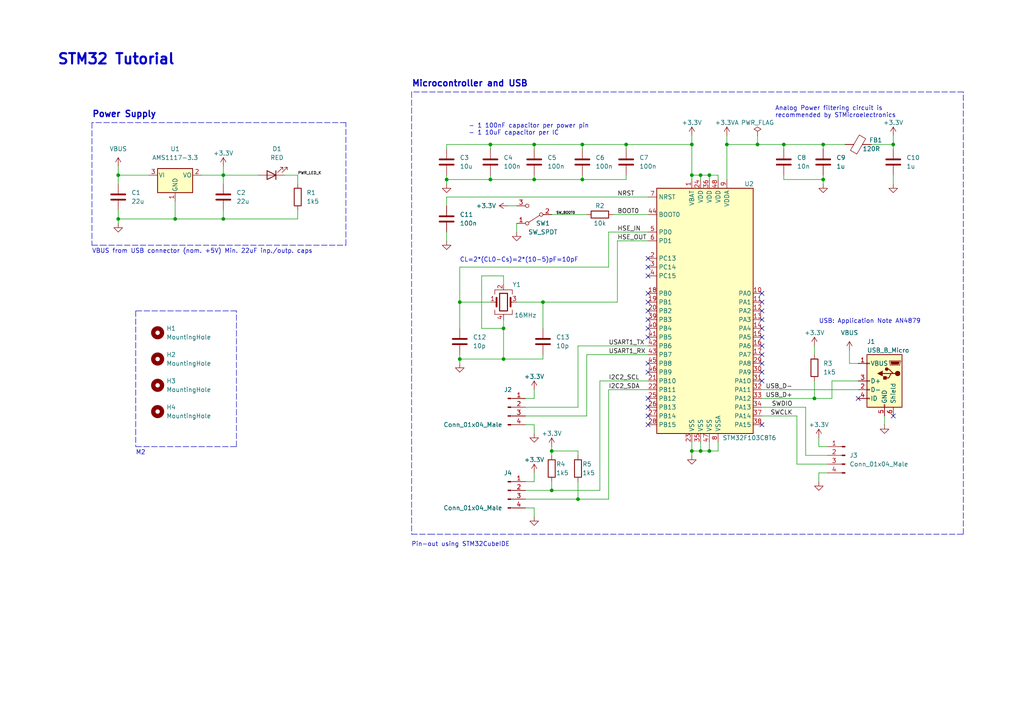
<source format=kicad_sch>
(kicad_sch (version 20211123) (generator eeschema)
  (paper "A4")
  (title_block (title "STM32 Tutorial") (date "2022-07-16") (rev "0.1") (company "VSVA"))
  (lib_symbols
    (symbol "Connector:Conn_01x04_Male" (pin_names (offset 1.016) hide)
      (property "Reference" "J" (at 0 5.08 0))
      (property "Value" "Conn_01x04_Male" (at 0 -7.62 0))
      (symbol "Conn_01x04_Male_1_1"
        (polyline (pts (xy 1.27 -5.08) (xy 0.8636 -5.08)) (stroke (width 0.1524)))
        (polyline (pts (xy 1.27 -2.54) (xy 0.8636 -2.54)) (stroke (width 0.1524)))
        (polyline (pts (xy 1.27 0) (xy 0.8636 0)) (stroke (width 0.1524)))
        (polyline (pts (xy 1.27 2.54) (xy 0.8636 2.54)) (stroke (width 0.1524)))
        (rectangle (start 0.8636 -4.953) (end 0 -5.207) (stroke (width 0.1524)) (fill (type outline)))
        (rectangle (start 0.8636 -2.413) (end 0 -2.667) (stroke (width 0.1524)) (fill (type outline)))
        (rectangle (start 0.8636 0.127) (end 0 -0.127) (stroke (width 0.1524)) (fill (type outline)))
        (rectangle (start 0.8636 2.667) (end 0 2.413) (stroke (width 0.1524)) (fill (type outline)))
        (pin passive line (at 5.08 2.54 180) (length 3.81) (name "Pin_1") (number "1"))
        (pin passive line (at 5.08 0 180) (length 3.81) (name "Pin_2") (number "2"))
        (pin passive line (at 5.08 -2.54 180) (length 3.81) (name "Pin_3") (number "3"))
        (pin passive line (at 5.08 -5.08 180) (length 3.81) (name "Pin_4") (number "4"))
      )
    )
    (symbol "Connector:USB_B_Micro" (pin_names (offset 1.016))
      (property "Reference" "J" (at -5.08 11.43 0))
      (property "Value" "USB_B_Micro" (at -5.08 8.89 0))
      (symbol "USB_B_Micro_0_1"
        (rectangle (start -5.08 -7.62) (end 5.08 7.62) (stroke (width 0.254)) (fill (type background)))
        (circle (center -3.81 2.159) (radius 0.635) (stroke (width 0.254)) (fill (type outline)))
        (circle (center -0.635 3.429) (radius 0.381) (stroke (width 0.254)) (fill (type outline)))
        (rectangle (start -0.127 -7.62) (end 0.127 -6.858))
        (polyline (pts (xy -1.905 2.159) (xy 0.635 2.159)) (stroke (width 0.254)))
        (polyline (pts (xy -3.175 2.159) (xy -2.54 2.159) (xy -1.27 3.429) (xy -0.635 3.429)) (stroke (width 0.254)))
        (polyline (pts (xy -2.54 2.159) (xy -1.905 2.159) (xy -1.27 0.889) (xy 0 0.889)) (stroke (width 0.254)))
        (polyline (pts (xy 0.635 2.794) (xy 0.635 1.524) (xy 1.905 2.159) (xy 0.635 2.794)) (stroke (width 0.254)) (fill (type outline)))
        (polyline (pts (xy -4.318 5.588) (xy -1.778 5.588) (xy -2.032 4.826) (xy -4.064 4.826) (xy -4.318 5.588)) (fill (type outline)))
        (polyline (pts (xy -4.699 5.842) (xy -4.699 5.588) (xy -4.445 4.826) (xy -4.445 4.572) (xy -1.651 4.572) (xy -1.651 4.826) (xy -1.397 5.588) (xy -1.397 5.842) (xy -4.699 5.842)))
        (rectangle (start 0.254 1.27) (end -0.508 0.508) (stroke (width 0.254)) (fill (type outline)))
        (rectangle (start 5.08 -5.207) (end 4.318 -4.953))
        (rectangle (start 5.08 -2.667) (end 4.318 -2.413))
        (rectangle (start 5.08 -0.127) (end 4.318 0.127))
        (rectangle (start 5.08 4.953) (end 4.318 5.207))
      )
      (symbol "USB_B_Micro_1_1"
        (pin power_out line (at 7.62 5.08 180) (length 2.54) (name "VBUS") (number "1"))
        (pin bidirectional line (at 7.62 -2.54 180) (length 2.54) (name "D-") (number "2"))
        (pin bidirectional line (at 7.62 0 180) (length 2.54) (name "D+") (number "3"))
        (pin passive line (at 7.62 -5.08 180) (length 2.54) (name "ID") (number "4"))
        (pin power_out line (at 0 -10.16 90) (length 2.54) (name "GND") (number "5"))
        (pin passive line (at -2.54 -10.16 90) (length 2.54) (name "Shield") (number "6"))
      )
    )
    (symbol "Device:C" (pin_numbers hide) (pin_names (offset 0.254))
      (property "Reference" "C" (at 0.635 2.54 0))
      (property "Value" "C" (at 0.635 -2.54 0))
      (symbol "C_0_1"
        (polyline (pts (xy -2.032 -0.762) (xy 2.032 -0.762)) (stroke (width 0.508)))
        (polyline (pts (xy -2.032 0.762) (xy 2.032 0.762)) (stroke (width 0.508)))
      )
      (symbol "C_1_1"
        (pin passive line (at 0 3.81 270) (length 2.794) (name "~") (number "1"))
        (pin passive line (at 0 -3.81 90) (length 2.794) (name "~") (number "2"))
      )
    )
    (symbol "Device:Crystal_GND24" (pin_names (offset 1.016) hide)
      (property "Reference" "Y" (at 3.175 5.08 0))
      (property "Value" "Crystal_GND24" (at 3.175 3.175 0))
      (symbol "Crystal_GND24_0_1"
        (rectangle (start -1.143 2.54) (end 1.143 -2.54) (stroke (width 0.3048)))
        (polyline (pts (xy -2.54 0) (xy -2.032 0)))
        (polyline (pts (xy -2.032 -1.27) (xy -2.032 1.27)) (stroke (width 0.508)))
        (polyline (pts (xy 0 -3.81) (xy 0 -3.556)))
        (polyline (pts (xy 0 3.556) (xy 0 3.81)))
        (polyline (pts (xy 2.032 -1.27) (xy 2.032 1.27)) (stroke (width 0.508)))
        (polyline (pts (xy 2.032 0) (xy 2.54 0)))
        (polyline (pts (xy -2.54 -2.286) (xy -2.54 -3.556) (xy 2.54 -3.556) (xy 2.54 -2.286)))
        (polyline (pts (xy -2.54 2.286) (xy -2.54 3.556) (xy 2.54 3.556) (xy 2.54 2.286)))
      )
      (symbol "Crystal_GND24_1_1"
        (pin passive line (at -3.81 0 0) (length 1.27) (name "1") (number "1"))
        (pin passive line (at 0 5.08 270) (length 1.27) (name "2") (number "2"))
        (pin passive line (at 3.81 0 180) (length 1.27) (name "3") (number "3"))
        (pin passive line (at 0 -5.08 90) (length 1.27) (name "4") (number "4"))
      )
    )
    (symbol "Device:FerriteBead" (pin_numbers hide) (pin_names (offset 0))
      (property "Reference" "FB" (at -3.81 0.635 90))
      (property "Value" "FerriteBead" (at 3.81 0 90))
      (symbol "FerriteBead_0_1"
        (polyline (pts (xy 0 -1.27) (xy 0 -1.2192)))
        (polyline (pts (xy 0 1.27) (xy 0 1.2954)))
        (polyline (pts (xy -2.7686 0.4064) (xy -1.7018 2.2606) (xy 2.7686 -0.3048) (xy 1.6764 -2.159) (xy -2.7686 0.4064)))
      )
      (symbol "FerriteBead_1_1"
        (pin passive line (at 0 3.81 270) (length 2.54) (name "~") (number "1"))
        (pin passive line (at 0 -3.81 90) (length 2.54) (name "~") (number "2"))
      )
    )
    (symbol "Device:LED" (pin_numbers hide) (pin_names (offset 1.016) hide)
      (property "Reference" "D" (at 0 2.54 0))
      (property "Value" "LED" (at 0 -2.54 0))
      (symbol "LED_0_1"
        (polyline (pts (xy -1.27 -1.27) (xy -1.27 1.27)) (stroke (width 0.254)))
        (polyline (pts (xy -1.27 0) (xy 1.27 0)))
        (polyline (pts (xy 1.27 -1.27) (xy 1.27 1.27) (xy -1.27 0) (xy 1.27 -1.27)) (stroke (width 0.254)))
        (polyline (pts (xy -3.048 -0.762) (xy -4.572 -2.286) (xy -3.81 -2.286) (xy -4.572 -2.286) (xy -4.572 -1.524)))
        (polyline (pts (xy -1.778 -0.762) (xy -3.302 -2.286) (xy -2.54 -2.286) (xy -3.302 -2.286) (xy -3.302 -1.524)))
      )
      (symbol "LED_1_1"
        (pin passive line (at -3.81 0 0) (length 2.54) (name "K") (number "1"))
        (pin passive line (at 3.81 0 180) (length 2.54) (name "A") (number "2"))
      )
    )
    (symbol "Device:R" (pin_numbers hide) (pin_names (offset 0))
      (property "Reference" "R" (at 2.032 0 90))
      (property "Value" "R" (at 0 0 90))
      (symbol "R_0_1"
        (rectangle (start -1.016 -2.54) (end 1.016 2.54) (stroke (width 0.254)))
      )
      (symbol "R_1_1"
        (pin passive line (at 0 3.81 270) (length 1.27) (name "~") (number "1"))
        (pin passive line (at 0 -3.81 90) (length 1.27) (name "~") (number "2"))
      )
    )
    (symbol "MCU_ST_STM32F1:STM32F103C8Tx"
      (property "Reference" "U" (at -15.24 36.83 0))
      (property "Value" "STM32F103C8Tx" (at 7.62 36.83 0))
      (symbol "STM32F103C8Tx_0_1"
        (rectangle (start -15.24 -35.56) (end 12.7 35.56) (stroke (width 0.254)) (fill (type background)))
      )
      (symbol "STM32F103C8Tx_1_1"
        (pin power_in line (at -5.08 38.1 270) (length 2.54) (name "VBAT") (number "1"))
        (pin bidirectional line (at 15.24 5.08 180) (length 2.54) (name "PA0") (number "10"))
        (pin bidirectional line (at 15.24 2.54 180) (length 2.54) (name "PA1") (number "11"))
        (pin bidirectional line (at 15.24 0 180) (length 2.54) (name "PA2") (number "12"))
        (pin bidirectional line (at 15.24 -2.54 180) (length 2.54) (name "PA3") (number "13"))
        (pin bidirectional line (at 15.24 -5.08 180) (length 2.54) (name "PA4") (number "14"))
        (pin bidirectional line (at 15.24 -7.62 180) (length 2.54) (name "PA5") (number "15"))
        (pin bidirectional line (at 15.24 -10.16 180) (length 2.54) (name "PA6") (number "16"))
        (pin bidirectional line (at 15.24 -12.7 180) (length 2.54) (name "PA7") (number "17"))
        (pin bidirectional line (at -17.78 5.08 0) (length 2.54) (name "PB0") (number "18"))
        (pin bidirectional line (at -17.78 2.54 0) (length 2.54) (name "PB1") (number "19"))
        (pin bidirectional line (at -17.78 15.24 0) (length 2.54) (name "PC13") (number "2"))
        (pin bidirectional line (at -17.78 0 0) (length 2.54) (name "PB2") (number "20"))
        (pin bidirectional line (at -17.78 -20.32 0) (length 2.54) (name "PB10") (number "21"))
        (pin bidirectional line (at -17.78 -22.86 0) (length 2.54) (name "PB11") (number "22"))
        (pin power_in line (at -5.08 -38.1 90) (length 2.54) (name "VSS") (number "23"))
        (pin power_in line (at -2.54 38.1 270) (length 2.54) (name "VDD") (number "24"))
        (pin bidirectional line (at -17.78 -25.4 0) (length 2.54) (name "PB12") (number "25"))
        (pin bidirectional line (at -17.78 -27.94 0) (length 2.54) (name "PB13") (number "26"))
        (pin bidirectional line (at -17.78 -30.48 0) (length 2.54) (name "PB14") (number "27"))
        (pin bidirectional line (at -17.78 -33.02 0) (length 2.54) (name "PB15") (number "28"))
        (pin bidirectional line (at 15.24 -15.24 180) (length 2.54) (name "PA8") (number "29"))
        (pin bidirectional line (at -17.78 12.7 0) (length 2.54) (name "PC14") (number "3"))
        (pin bidirectional line (at 15.24 -17.78 180) (length 2.54) (name "PA9") (number "30"))
        (pin bidirectional line (at 15.24 -20.32 180) (length 2.54) (name "PA10") (number "31"))
        (pin bidirectional line (at 15.24 -22.86 180) (length 2.54) (name "PA11") (number "32"))
        (pin bidirectional line (at 15.24 -25.4 180) (length 2.54) (name "PA12") (number "33"))
        (pin bidirectional line (at 15.24 -27.94 180) (length 2.54) (name "PA13") (number "34"))
        (pin power_in line (at -2.54 -38.1 90) (length 2.54) (name "VSS") (number "35"))
        (pin power_in line (at 0 38.1 270) (length 2.54) (name "VDD") (number "36"))
        (pin bidirectional line (at 15.24 -30.48 180) (length 2.54) (name "PA14") (number "37"))
        (pin bidirectional line (at 15.24 -33.02 180) (length 2.54) (name "PA15") (number "38"))
        (pin bidirectional line (at -17.78 -2.54 0) (length 2.54) (name "PB3") (number "39"))
        (pin bidirectional line (at -17.78 10.16 0) (length 2.54) (name "PC15") (number "4"))
        (pin bidirectional line (at -17.78 -5.08 0) (length 2.54) (name "PB4") (number "40"))
        (pin bidirectional line (at -17.78 -7.62 0) (length 2.54) (name "PB5") (number "41"))
        (pin bidirectional line (at -17.78 -10.16 0) (length 2.54) (name "PB6") (number "42"))
        (pin bidirectional line (at -17.78 -12.7 0) (length 2.54) (name "PB7") (number "43"))
        (pin input line (at -17.78 27.94 0) (length 2.54) (name "BOOT0") (number "44"))
        (pin bidirectional line (at -17.78 -15.24 0) (length 2.54) (name "PB8") (number "45"))
        (pin bidirectional line (at -17.78 -17.78 0) (length 2.54) (name "PB9") (number "46"))
        (pin power_in line (at 0 -38.1 90) (length 2.54) (name "VSS") (number "47"))
        (pin power_in line (at 2.54 38.1 270) (length 2.54) (name "VDD") (number "48"))
        (pin input line (at -17.78 22.86 0) (length 2.54) (name "PD0") (number "5"))
        (pin input line (at -17.78 20.32 0) (length 2.54) (name "PD1") (number "6"))
        (pin input line (at -17.78 33.02 0) (length 2.54) (name "NRST") (number "7"))
        (pin power_in line (at 2.54 -38.1 90) (length 2.54) (name "VSSA") (number "8"))
        (pin power_in line (at 5.08 38.1 270) (length 2.54) (name "VDDA") (number "9"))
      )
    )
    (symbol "Mechanical:MountingHole" (pin_names (offset 1.016))
      (property "Reference" "H" (at 0 5.08 0))
      (property "Value" "MountingHole" (at 0 3.175 0))
      (symbol "MountingHole_0_1"
        (circle (center 0 0) (radius 1.27) (stroke (width 1.27)))
      )
    )
    (symbol "Regulator_Linear:AMS1117-3.3" (pin_names (offset 0.254))
      (property "Reference" "U" (at -3.81 3.175 0))
      (property "Value" "AMS1117-3.3" (at 0 3.175 0))
      (symbol "AMS1117-3.3_0_1"
        (rectangle (start -5.08 -5.08) (end 5.08 1.905) (stroke (width 0.254)) (fill (type background)))
      )
      (symbol "AMS1117-3.3_1_1"
        (pin power_in line (at 0 -7.62 90) (length 2.54) (name "GND") (number "1"))
        (pin power_out line (at 7.62 0 180) (length 2.54) (name "VO") (number "2"))
        (pin power_in line (at -7.62 0 0) (length 2.54) (name "VI") (number "3"))
      )
    )
    (symbol "Switch:SW_SPDT" (pin_names (offset 0) hide)
      (property "Reference" "SW" (at 0 4.318 0))
      (property "Value" "SW_SPDT" (at 0 -5.08 0))
      (symbol "SW_SPDT_0_0"
        (circle (center -2.032 0) (radius 0.508))
        (circle (center 2.032 -2.54) (radius 0.508))
      )
      (symbol "SW_SPDT_0_1"
        (polyline (pts (xy -1.524 0.254) (xy 1.651 2.286)))
        (circle (center 2.032 2.54) (radius 0.508))
      )
      (symbol "SW_SPDT_1_1"
        (pin passive line (at 5.08 2.54 180) (length 2.54) (name "A") (number "1"))
        (pin passive line (at -5.08 0 0) (length 2.54) (name "B") (number "2"))
        (pin passive line (at 5.08 -2.54 180) (length 2.54) (name "C") (number "3"))
      )
    )
    (symbol "power:+3.3V" (power) (pin_names (offset 0))
      (property "Value" "+3.3V" (at 0 3.556 0))
      (symbol "+3.3V_0_1"
        (polyline (pts (xy -0.762 1.27) (xy 0 2.54)))
        (polyline (pts (xy 0 0) (xy 0 2.54)))
        (polyline (pts (xy 0 2.54) (xy 0.762 1.27)))
      )
      (symbol "+3.3V_1_1"
        (pin power_in line (at 0 0 90) (length 0) hide (name "+3.3V") (number "1"))
      )
    )
    (symbol "power:+3.3VA" (power) (pin_names (offset 0))
      (property "Value" "+3.3VA" (at 0 3.556 0))
      (symbol "+3.3VA_0_1"
        (polyline (pts (xy -0.762 1.27) (xy 0 2.54)))
        (polyline (pts (xy 0 0) (xy 0 2.54)))
        (polyline (pts (xy 0 2.54) (xy 0.762 1.27)))
      )
      (symbol "+3.3VA_1_1"
        (pin power_in line (at 0 0 90) (length 0) hide (name "+3.3VA") (number "1"))
      )
    )
    (symbol "power:GND" (power) (pin_names (offset 0))
      (property "Value" "GND" (at 0 -3.81 0))
      (symbol "GND_0_1"
        (polyline (pts (xy 0 0) (xy 0 -1.27) (xy 1.27 -1.27) (xy 0 -2.54) (xy -1.27 -1.27) (xy 0 -1.27)))
      )
      (symbol "GND_1_1"
        (pin power_in line (at 0 0 270) (length 0) hide (name "GND") (number "1"))
      )
    )
    (symbol "power:PWR_FLAG" (power) (pin_numbers hide) (pin_names (offset 0) hide)
      (property "Value" "PWR_FLAG" (at 0 3.81 0))
      (symbol "PWR_FLAG_0_0"
        (pin power_out line (at 0 0 90) (length 0) (name "pwr") (number "1"))
      )
      (symbol "PWR_FLAG_0_1"
        (polyline (pts (xy 0 0) (xy 0 1.27) (xy -1.016 1.905) (xy 0 2.54) (xy 1.016 1.905) (xy 0 1.27)))
      )
    )
    (symbol "power:VBUS" (power) (pin_names (offset 0))
      (property "Value" "VBUS" (at 0 3.81 0))
      (symbol "VBUS_0_1"
        (polyline (pts (xy -0.762 1.27) (xy 0 2.54)))
        (polyline (pts (xy 0 0) (xy 0 2.54)))
        (polyline (pts (xy 0 2.54) (xy 0.762 1.27)))
      )
      (symbol "VBUS_1_1"
        (pin power_in line (at 0 0 90) (length 0) hide (name "VBUS") (number "1"))
      )
    )
  )
  (junction (at 133.35 87.63))
  (junction (at 219.71 41.91))
  (junction (at 129.54 52.07))
  (junction (at 133.35 104.14))
  (junction (at 160.02 130.81))
  (junction (at 146.05 104.14))
  (junction (at 238.76 52.07))
  (junction (at 205.74 50.8))
  (junction (at 203.2 130.81))
  (junction (at 34.29 50.8))
  (junction (at 200.66 41.91))
  (junction (at 64.77 63.5))
  (junction (at 142.24 52.07))
  (junction (at 210.82 41.91))
  (junction (at 203.2 50.8))
  (junction (at 236.22 115.57))
  (junction (at 200.66 50.8))
  (junction (at 154.94 52.07))
  (junction (at 167.64 144.78))
  (junction (at 64.77 50.8))
  (junction (at 205.74 130.81))
  (junction (at 50.8 63.5))
  (junction (at 154.94 41.91))
  (junction (at 200.66 130.81))
  (junction (at 259.08 41.91))
  (junction (at 168.91 52.07))
  (junction (at 168.91 41.91))
  (junction (at 181.61 41.91))
  (junction (at 34.29 63.5))
  (junction (at 142.24 41.91))
  (junction (at 227.33 41.91))
  (junction (at 160.02 142.24))
  (junction (at 146.05 95.25))
  (junction (at 157.48 87.63))
  (junction (at 238.76 41.91))
  (no_connect (at 187.96 92.71))
  (no_connect (at 187.96 77.47))
  (no_connect (at 187.96 80.01))
  (no_connect (at 220.98 100.33))
  (no_connect (at 220.98 105.41))
  (no_connect (at 220.98 95.25))
  (no_connect (at 187.96 90.17))
  (no_connect (at 187.96 87.63))
  (no_connect (at 187.96 107.95))
  (no_connect (at 187.96 105.41))
  (no_connect (at 220.98 92.71))
  (no_connect (at 220.98 110.49))
  (no_connect (at 220.98 102.87))
  (no_connect (at 187.96 115.57))
  (no_connect (at 259.08 120.65))
  (no_connect (at 187.96 85.09))
  (no_connect (at 248.92 115.57))
  (no_connect (at 220.98 90.17))
  (no_connect (at 220.98 85.09))
  (no_connect (at 220.98 97.79))
  (no_connect (at 220.98 87.63))
  (no_connect (at 187.96 123.19))
  (no_connect (at 220.98 123.19))
  (no_connect (at 220.98 107.95))
  (no_connect (at 187.96 97.79))
  (no_connect (at 187.96 118.11))
  (no_connect (at 187.96 95.25))
  (no_connect (at 187.96 74.93))
  (no_connect (at 187.96 120.65))
  (wire (pts (xy 142.24 41.91) (xy 154.94 41.91)))
  (wire (pts (xy 210.82 41.91) (xy 219.71 41.91)))
  (wire (pts (xy 50.8 58.42) (xy 50.8 63.5)))
  (wire (pts (xy 177.8 62.23) (xy 187.96 62.23)))
  (polyline (pts (xy 124.46 154.94) (xy 279.4 154.94)))
  (wire (pts (xy 240.03 132.08) (xy 233.68 132.08)))
  (wire (pts (xy 129.54 57.15) (xy 129.54 59.69)))
  (wire (pts (xy 227.33 41.91) (xy 227.33 43.18)))
  (wire (pts (xy 86.36 50.8) (xy 86.36 53.34)))
  (wire (pts (xy 139.7 95.25) (xy 146.05 95.25)))
  (wire (pts (xy 240.03 129.54) (xy 237.49 129.54)))
  (wire (pts (xy 248.92 110.49) (xy 241.3 110.49)))
  (wire (pts (xy 86.36 60.96) (xy 86.36 63.5)))
  (wire (pts (xy 179.07 69.85) (xy 179.07 87.63)))
  (wire (pts (xy 168.91 52.07) (xy 154.94 52.07)))
  (wire (pts (xy 203.2 128.27) (xy 203.2 130.81)))
  (wire (pts (xy 181.61 50.8) (xy 181.61 52.07)))
  (wire (pts (xy 149.86 64.77) (xy 149.86 67.31)))
  (wire (pts (xy 167.64 144.78) (xy 176.53 144.78)))
  (wire (pts (xy 64.77 50.8) (xy 64.77 53.34)))
  (wire (pts (xy 129.54 41.91) (xy 142.24 41.91)))
  (wire (pts (xy 238.76 52.07) (xy 238.76 50.8)))
  (wire (pts (xy 133.35 87.63) (xy 142.24 87.63)))
  (wire (pts (xy 205.74 50.8) (xy 203.2 50.8)))
  (wire (pts (xy 176.53 144.78) (xy 176.53 113.03)))
  (wire (pts (xy 187.96 57.15) (xy 129.54 57.15)))
  (wire (pts (xy 129.54 43.18) (xy 129.54 41.91)))
  (wire (pts (xy 173.99 142.24) (xy 173.99 110.49)))
  (wire (pts (xy 167.64 132.08) (xy 167.64 130.81)))
  (wire (pts (xy 208.28 50.8) (xy 205.74 50.8)))
  (polyline (pts (xy 119.38 154.94) (xy 124.46 154.94)))
  (wire (pts (xy 129.54 52.07) (xy 129.54 53.34)))
  (polyline (pts (xy 279.4 26.67) (xy 119.38 26.67)))
  (wire (pts (xy 170.18 120.65) (xy 170.18 102.87)))
  (wire (pts (xy 241.3 110.49) (xy 241.3 115.57)))
  (wire (pts (xy 200.66 39.37) (xy 200.66 41.91)))
  (wire (pts (xy 160.02 142.24) (xy 173.99 142.24)))
  (wire (pts (xy 147.32 59.69) (xy 149.86 59.69)))
  (wire (pts (xy 200.66 50.8) (xy 200.66 52.07)))
  (wire (pts (xy 236.22 115.57) (xy 241.3 115.57)))
  (wire (pts (xy 200.66 41.91) (xy 200.66 50.8)))
  (wire (pts (xy 50.8 63.5) (xy 34.29 63.5)))
  (wire (pts (xy 142.24 52.07) (xy 129.54 52.07)))
  (wire (pts (xy 160.02 139.7) (xy 160.02 142.24)))
  (wire (pts (xy 170.18 102.87) (xy 187.96 102.87)))
  (wire (pts (xy 246.38 101.6) (xy 246.38 105.41)))
  (wire (pts (xy 179.07 69.85) (xy 187.96 69.85)))
  (wire (pts (xy 205.74 50.8) (xy 205.74 52.07)))
  (wire (pts (xy 227.33 52.07) (xy 238.76 52.07)))
  (wire (pts (xy 58.42 50.8) (xy 64.77 50.8)))
  (wire (pts (xy 152.4 115.57) (xy 154.94 115.57)))
  (wire (pts (xy 220.98 113.03) (xy 248.92 113.03)))
  (wire (pts (xy 43.18 50.8) (xy 34.29 50.8)))
  (wire (pts (xy 146.05 92.71) (xy 146.05 95.25)))
  (polyline (pts (xy 279.4 154.94) (xy 279.4 26.67)))
  (wire (pts (xy 154.94 41.91) (xy 168.91 41.91)))
  (wire (pts (xy 208.28 130.81) (xy 208.28 128.27)))
  (wire (pts (xy 227.33 50.8) (xy 227.33 52.07)))
  (wire (pts (xy 237.49 127) (xy 237.49 129.54)))
  (wire (pts (xy 133.35 104.14) (xy 146.05 104.14)))
  (wire (pts (xy 146.05 80.01) (xy 139.7 80.01)))
  (polyline (pts (xy 39.37 129.54) (xy 68.58 129.54)))
  (polyline (pts (xy 100.33 35.56) (xy 26.67 35.56)))
  (wire (pts (xy 64.77 63.5) (xy 50.8 63.5)))
  (wire (pts (xy 133.35 102.87) (xy 133.35 104.14)))
  (wire (pts (xy 157.48 87.63) (xy 179.07 87.63)))
  (wire (pts (xy 154.94 41.91) (xy 154.94 43.18)))
  (wire (pts (xy 181.61 41.91) (xy 200.66 41.91)))
  (wire (pts (xy 200.66 130.81) (xy 200.66 132.08)))
  (wire (pts (xy 34.29 48.26) (xy 34.29 50.8)))
  (wire (pts (xy 237.49 137.16) (xy 240.03 137.16)))
  (wire (pts (xy 34.29 63.5) (xy 34.29 60.96)))
  (wire (pts (xy 133.35 77.47) (xy 176.53 77.47)))
  (wire (pts (xy 233.68 132.08) (xy 233.68 118.11)))
  (wire (pts (xy 64.77 60.96) (xy 64.77 63.5)))
  (wire (pts (xy 236.22 100.33) (xy 236.22 102.87)))
  (wire (pts (xy 231.14 134.62) (xy 231.14 120.65)))
  (wire (pts (xy 238.76 41.91) (xy 245.11 41.91)))
  (wire (pts (xy 168.91 41.91) (xy 181.61 41.91)))
  (wire (pts (xy 210.82 39.37) (xy 210.82 41.91)))
  (wire (pts (xy 154.94 139.7) (xy 154.94 137.16)))
  (wire (pts (xy 133.35 87.63) (xy 133.35 95.25)))
  (wire (pts (xy 154.94 115.57) (xy 154.94 113.03)))
  (wire (pts (xy 227.33 41.91) (xy 238.76 41.91)))
  (wire (pts (xy 240.03 134.62) (xy 231.14 134.62)))
  (wire (pts (xy 154.94 123.19) (xy 154.94 125.73)))
  (polyline (pts (xy 68.58 129.54) (xy 68.58 90.17)))
  (polyline (pts (xy 68.58 90.17) (xy 39.37 90.17)))
  (wire (pts (xy 152.4 118.11) (xy 167.64 118.11)))
  (wire (pts (xy 168.91 41.91) (xy 168.91 43.18)))
  (wire (pts (xy 200.66 130.81) (xy 203.2 130.81)))
  (wire (pts (xy 167.64 118.11) (xy 167.64 100.33)))
  (wire (pts (xy 154.94 52.07) (xy 142.24 52.07)))
  (wire (pts (xy 259.08 39.37) (xy 259.08 41.91)))
  (wire (pts (xy 152.4 139.7) (xy 154.94 139.7)))
  (wire (pts (xy 142.24 41.91) (xy 142.24 43.18)))
  (wire (pts (xy 64.77 48.26) (xy 64.77 50.8)))
  (wire (pts (xy 220.98 118.11) (xy 233.68 118.11)))
  (wire (pts (xy 173.99 110.49) (xy 187.96 110.49)))
  (wire (pts (xy 259.08 41.91) (xy 259.08 43.18)))
  (wire (pts (xy 203.2 50.8) (xy 203.2 52.07)))
  (wire (pts (xy 246.38 105.41) (xy 248.92 105.41)))
  (wire (pts (xy 146.05 95.25) (xy 146.05 104.14)))
  (wire (pts (xy 152.4 147.32) (xy 154.94 147.32)))
  (wire (pts (xy 219.71 39.37) (xy 219.71 41.91)))
  (wire (pts (xy 139.7 80.01) (xy 139.7 95.25)))
  (wire (pts (xy 34.29 63.5) (xy 34.29 64.77)))
  (wire (pts (xy 219.71 41.91) (xy 227.33 41.91)))
  (wire (pts (xy 210.82 52.07) (xy 210.82 41.91)))
  (polyline (pts (xy 100.33 71.12) (xy 100.33 35.56)))
  (wire (pts (xy 208.28 52.07) (xy 208.28 50.8)))
  (wire (pts (xy 200.66 128.27) (xy 200.66 130.81)))
  (wire (pts (xy 160.02 129.54) (xy 160.02 130.81)))
  (wire (pts (xy 146.05 82.55) (xy 146.05 80.01)))
  (wire (pts (xy 129.54 67.31) (xy 129.54 69.85)))
  (wire (pts (xy 203.2 130.81) (xy 205.74 130.81)))
  (polyline (pts (xy 26.67 71.12) (xy 29.21 71.12)))
  (wire (pts (xy 154.94 147.32) (xy 154.94 149.86)))
  (wire (pts (xy 160.02 130.81) (xy 160.02 132.08)))
  (wire (pts (xy 133.35 77.47) (xy 133.35 87.63)))
  (wire (pts (xy 256.54 120.65) (xy 256.54 123.19)))
  (wire (pts (xy 238.76 41.91) (xy 238.76 43.18)))
  (wire (pts (xy 176.53 67.31) (xy 176.53 77.47)))
  (wire (pts (xy 259.08 50.8) (xy 259.08 53.34)))
  (wire (pts (xy 146.05 104.14) (xy 157.48 104.14)))
  (wire (pts (xy 64.77 50.8) (xy 74.93 50.8)))
  (wire (pts (xy 203.2 50.8) (xy 200.66 50.8)))
  (wire (pts (xy 152.4 123.19) (xy 154.94 123.19)))
  (polyline (pts (xy 119.38 26.67) (xy 119.38 154.94)))
  (wire (pts (xy 152.4 142.24) (xy 160.02 142.24)))
  (wire (pts (xy 236.22 110.49) (xy 236.22 115.57)))
  (wire (pts (xy 181.61 41.91) (xy 181.61 43.18)))
  (wire (pts (xy 205.74 130.81) (xy 208.28 130.81)))
  (wire (pts (xy 220.98 120.65) (xy 231.14 120.65)))
  (wire (pts (xy 152.4 120.65) (xy 170.18 120.65)))
  (wire (pts (xy 152.4 144.78) (xy 167.64 144.78)))
  (wire (pts (xy 176.53 113.03) (xy 187.96 113.03)))
  (wire (pts (xy 129.54 50.8) (xy 129.54 52.07)))
  (wire (pts (xy 157.48 102.87) (xy 157.48 104.14)))
  (wire (pts (xy 237.49 139.7) (xy 237.49 137.16)))
  (wire (pts (xy 167.64 139.7) (xy 167.64 144.78)))
  (wire (pts (xy 160.02 62.23) (xy 170.18 62.23)))
  (wire (pts (xy 238.76 52.07) (xy 238.76 53.34)))
  (wire (pts (xy 160.02 130.81) (xy 167.64 130.81)))
  (wire (pts (xy 167.64 100.33) (xy 187.96 100.33)))
  (wire (pts (xy 168.91 50.8) (xy 168.91 52.07)))
  (wire (pts (xy 86.36 63.5) (xy 64.77 63.5)))
  (wire (pts (xy 149.86 87.63) (xy 157.48 87.63)))
  (wire (pts (xy 220.98 115.57) (xy 236.22 115.57)))
  (wire (pts (xy 142.24 50.8) (xy 142.24 52.07)))
  (polyline (pts (xy 29.21 71.12) (xy 100.33 71.12)))
  (wire (pts (xy 205.74 128.27) (xy 205.74 130.81)))
  (wire (pts (xy 82.55 50.8) (xy 86.36 50.8)))
  (wire (pts (xy 181.61 52.07) (xy 168.91 52.07)))
  (polyline (pts (xy 39.37 90.17) (xy 39.37 129.54)))
  (wire (pts (xy 154.94 50.8) (xy 154.94 52.07)))
  (wire (pts (xy 252.73 41.91) (xy 259.08 41.91)))
  (wire (pts (xy 157.48 87.63) (xy 157.48 95.25)))
  (wire (pts (xy 133.35 104.14) (xy 133.35 105.41)))
  (wire (pts (xy 176.53 67.31) (xy 187.96 67.31)))
  (wire (pts (xy 34.29 50.8) (xy 34.29 53.34)))
  (polyline (pts (xy 26.67 35.56) (xy 26.67 71.12)))
  (text "STM32 Tutorial" (at 16.51 19.05 0) (effects (font (size 3 3) (thickness 0.6) bold) (justify left bottom)))
  (text "VBUS from USB connector (nom. +5V) Min. 22uF inp./outp. caps" (at 26.67 73.66 0) (effects (font (size 1.27 1.27)) (justify left bottom)))
  (text "Pin-out using STM32CubeIDE" (at 119.323 158.6852 0) (effects (font (size 1.27 1.27)) (justify left bottom)))
  (text "M2" (at 39.37 132.08 0) (effects (font (size 1.27 1.27)) (justify left bottom)))
  (text "Microcontroller and USB" (at 119.38 25.4 0) (effects (font (size 1.8 1.8) (thickness 0.36) bold) (justify left bottom)))
  (text "CL=2*(CL0-Cs)=2*(10-5)pF=10pF" (at 133.35 76.2 0) (effects (font (size 1.27 1.27)) (justify left bottom)))
  (text "- 1 100nF capacitor per power pin\n- 1 10uF capacitor per IC" (at 135.89 39.37 0) (effects (font (size 1.27 1.27)) (justify left bottom)))
  (text "Analog Power filtering circuit is\nrecommended by STMicroelectronics\n" (at 224.79 34.29 0) (effects (font (size 1.27 1.27)) (justify left bottom)))
  (text "USB: Application Note AN4879" (at 237.49 93.98 0) (effects (font (size 1.27 1.27)) (justify left bottom)))
  (text "Power Supply" (at 26.67 34.29 0) (effects (font (size 1.8 1.8) (thickness 0.36) bold) (justify left bottom)))
  (label "USB_D-" (at 229.87 113.03 180))
  (label "USART1_TX" (at 176.53 100.33 0))
  (label "NRST" (at 179.07 57.15 0))
  (label "SWDIO" (at 229.87 118.11 180))
  (label "I2C2_SDA" (at 176.53 113.03 0))
  (label "USART1_RX" (at 176.53 102.87 0))
  (label "HSE_IN" (at 179.07 67.31 0))
  (label "USB_D+" (at 229.87 115.57 180))
  (label "PWR_LED_K" (at 86.36 50.8 0) (effects (font (size 0.8 0.8))))
  (label "SWCLK" (at 229.87 120.65 180))
  (label "I2C2_SCL" (at 176.53 110.49 0))
  (label "BOOT0" (at 179.07 62.23 0))
  (label "HSE_OUT" (at 179.07 69.85 0))
  (label "SW_BOOT0" (at 161.29 62.23 0) (effects (font (size 0.7 0.7))))
  (symbol (lib_id "Switch:SW_SPDT") (at 154.94 62.23 180) (unit 1)
    (property "Reference" "SW1" (at 157.48 64.77 0))
    (property "Value" "SW_SPDT" (at 157.48 67.31 0))
    (property "Footprint" "Button_Switch_SMD:SW_SPDT_PCM12" (effects hide))
  )
  (symbol (lib_id "Device:C") (at 154.94 46.99 0) (unit 1)
    (property "Reference" "C5" (at 158.75 45.7199 0) (effects (justify left)))
    (property "Value" "100n" (at 158.75 48.2599 0) (effects (justify left)))
    (property "Footprint" "Capacitor_SMD:C_0402_1005Metric" (effects hide))
  )
  (symbol (lib_id "Device:C") (at 168.91 46.99 0) (unit 1)
    (property "Reference" "C6" (at 172.72 45.7199 0) (effects (justify left)))
    (property "Value" "100n" (at 172.72 48.2599 0) (effects (justify left)))
    (property "Footprint" "Capacitor_SMD:C_0402_1005Metric" (effects hide))
  )
  (symbol (lib_id "power:GND") (at 133.35 105.41 0) (unit 1)
    (property "Reference" "#PWR014" (effects hide))
    (property "Value" "GND" (effects hide))
  )
  (symbol (lib_id "power:GND") (at 200.66 132.08 0) (unit 1)
    (property "Reference" "#PWR020" (effects hide))
    (property "Value" "GND" (effects hide))
  )
  (symbol (lib_id "Mechanical:MountingHole") (at 45.72 119.38 0) (unit 1)
    (property "Reference" "H4" (at 48.26 118.1099 0) (effects (justify left)))
    (property "Value" "MountingHole" (at 48.26 120.6499 0) (effects (justify left)))
    (property "Footprint" "MountingHole:MountingHole_2.2mm_M2" (effects hide))
  )
  (symbol (lib_id "Connector:USB_B_Micro") (at 256.54 110.49 0) (mirror y) (unit 1)
    (property "Reference" "J1" (at 251.46 99.06 0) (effects (justify right)))
    (property "Value" "USB_B_Micro" (at 251.46 101.6 0) (effects (justify right)))
    (property "Footprint" "Connector_USB:USB_Micro-B_Wuerth_629105150521" (effects hide))
  )
  (symbol (lib_id "power:GND") (at 129.54 69.85 0) (unit 1)
    (property "Reference" "#PWR011" (effects hide))
    (property "Value" "GND" (effects hide))
  )
  (symbol (lib_id "Connector:Conn_01x04_Male") (at 245.11 132.08 0) (mirror y) (unit 1)
    (property "Reference" "J3" (at 246.38 132.0799 0) (effects (justify right)))
    (property "Value" "Conn_01x04_Male" (at 246.38 134.6199 0) (effects (justify right)))
    (property "Footprint" "Connector_PinHeader_2.54mm:PinHeader_1x04_P2.54mm_Vertical" (effects hide))
  )
  (symbol (lib_id "Mechanical:MountingHole") (at 45.72 96.52 0) (unit 1)
    (property "Reference" "H1" (at 48.26 95.2499 0) (effects (justify left)))
    (property "Value" "MountingHole" (at 48.26 97.7899 0) (effects (justify left)))
    (property "Footprint" "MountingHole:MountingHole_2.2mm_M2" (effects hide))
  )
  (symbol (lib_id "Device:C") (at 34.29 57.15 0) (unit 1)
    (property "Reference" "C1" (at 38.1 55.8799 0) (effects (justify left)))
    (property "Value" "22u" (at 38.1 58.4199 0) (effects (justify left)))
    (property "Footprint" "Capacitor_SMD:C_0805_2012Metric" (effects hide))
  )
  (symbol (lib_id "Device:C") (at 64.77 57.15 0) (unit 1)
    (property "Reference" "C2" (at 68.58 55.8799 0) (effects (justify left)))
    (property "Value" "22u" (at 68.58 58.4199 0) (effects (justify left)))
    (property "Footprint" "Capacitor_SMD:C_0805_2012Metric" (effects hide))
  )
  (symbol (lib_id "Device:R") (at 86.36 57.15 0) (unit 1)
    (property "Reference" "R1" (at 88.9 55.8799 0) (effects (justify left)))
    (property "Value" "1k5" (at 88.9 58.4199 0) (effects (justify left)))
    (property "Footprint" "Resistor_SMD:R_0402_1005Metric" (effects hide))
  )
  (symbol (lib_id "Device:C") (at 133.35 99.06 0) (unit 1)
    (property "Reference" "C12" (at 137.16 97.7899 0) (effects (justify left)))
    (property "Value" "10p" (at 137.16 100.3299 0) (effects (justify left)))
    (property "Footprint" "Capacitor_SMD:C_0402_1005Metric" (effects hide))
  )
  (symbol (lib_id "power:+3.3V") (at 160.02 129.54 0) (unit 1)
    (property "Reference" "#PWR019" (effects hide))
    (property "Value" "+3.3V" (at 160.02 125.73 0))
  )
  (symbol (lib_id "power:GND") (at 154.94 149.86 0) (unit 1)
    (property "Reference" "#PWR023" (effects hide))
    (property "Value" "GND" (effects hide))
  )
  (symbol (lib_id "power:+3.3V") (at 64.77 48.26 0) (unit 1)
    (property "Reference" "#PWR04" (effects hide))
    (property "Value" "+3.3V" (at 64.77 44.45 0))
  )
  (symbol (lib_id "power:GND") (at 34.29 64.77 0) (unit 1)
    (property "Reference" "#PWR09" (effects hide))
    (property "Value" "GND" (effects hide))
  )
  (symbol (lib_id "power:+3.3VA") (at 210.82 39.37 0) (unit 1)
    (property "Reference" "#PWR02" (effects hide))
    (property "Value" "+3.3VA" (at 210.82 35.56 0))
  )
  (symbol (lib_id "Device:R") (at 167.64 135.89 0) (unit 1)
    (property "Reference" "R5" (at 168.91 134.62 0) (effects (justify left)))
    (property "Value" "1k5" (at 168.91 137.16 0) (effects (justify left)))
    (property "Footprint" "Resistor_SMD:R_0402_1005Metric" (effects hide))
  )
  (symbol (lib_id "Regulator_Linear:AMS1117-3.3") (at 50.8 50.8 0) (unit 1)
    (property "Reference" "U1" (at 50.8 43.18 0))
    (property "Value" "AMS1117-3.3" (at 50.8 45.72 0))
    (property "Footprint" "Package_TO_SOT_SMD:SOT-223-3_TabPin2" (effects hide))
    (property "Datasheet" "http://www.advanced-monolithic.com/pdf/ds1117.pdf" (effects hide))
  )
  (symbol (lib_id "Device:C") (at 129.54 46.99 0) (unit 1)
    (property "Reference" "C3" (at 133.35 45.7199 0) (effects (justify left)))
    (property "Value" "10u" (at 133.35 48.2599 0) (effects (justify left)))
    (property "Footprint" "Capacitor_SMD:C_0603_1608Metric" (effects hide))
  )
  (symbol (lib_id "power:+3.3V") (at 154.94 137.16 0) (unit 1)
    (property "Reference" "#PWR021" (effects hide))
    (property "Value" "+3.3V" (at 154.94 133.35 0))
  )
  (symbol (lib_id "Connector:Conn_01x04_Male") (at 147.32 142.24 0) (unit 1)
    (property "Reference" "J4" (at 147.32 137.16 0))
    (property "Value" "Conn_01x04_Male" (at 137.16 147.32 0))
    (property "Footprint" "Connector_PinHeader_2.54mm:PinHeader_1x04_P2.54mm_Vertical" (effects hide))
  )
  (symbol (lib_id "power:+3.3V") (at 259.08 39.37 0) (unit 1)
    (property "Reference" "#PWR0101" (effects hide))
    (property "Value" "+3.3V" (at 259.08 35.56 0))
  )
  (symbol (lib_id "Mechanical:MountingHole") (at 45.72 111.76 0) (unit 1)
    (property "Reference" "H3" (at 48.26 110.4899 0) (effects (justify left)))
    (property "Value" "MountingHole" (at 48.26 113.0299 0) (effects (justify left)))
    (property "Footprint" "MountingHole:MountingHole_2.2mm_M2" (effects hide))
  )
  (symbol (lib_id "power:GND") (at 259.08 53.34 0) (unit 1)
    (property "Reference" "#PWR07" (effects hide))
    (property "Value" "GND" (effects hide))
  )
  (symbol (lib_id "power:GND") (at 149.86 67.31 0) (unit 1)
    (property "Reference" "#PWR010" (effects hide))
    (property "Value" "GND" (effects hide))
  )
  (symbol (lib_id "Mechanical:MountingHole") (at 45.72 104.14 0) (unit 1)
    (property "Reference" "H2" (at 48.26 102.8699 0) (effects (justify left)))
    (property "Value" "MountingHole" (at 48.26 105.4099 0) (effects (justify left)))
    (property "Footprint" "MountingHole:MountingHole_2.2mm_M2" (effects hide))
  )
  (symbol (lib_id "power:+3.3V") (at 237.49 127 0) (unit 1)
    (property "Reference" "#PWR018" (effects hide))
    (property "Value" "+3.3V" (at 237.49 123.19 0))
  )
  (symbol (lib_id "power:GND") (at 154.94 125.73 0) (unit 1)
    (property "Reference" "#PWR017" (effects hide))
    (property "Value" "GND" (effects hide))
  )
  (symbol (lib_id "Device:C") (at 157.48 99.06 0) (unit 1)
    (property "Reference" "C13" (at 161.29 97.7899 0) (effects (justify left)))
    (property "Value" "10p" (at 161.29 100.3299 0) (effects (justify left)))
    (property "Footprint" "Capacitor_SMD:C_0402_1005Metric" (effects hide))
  )
  (symbol (lib_id "Device:C") (at 129.54 63.5 0) (unit 1)
    (property "Reference" "C11" (at 133.35 62.2299 0) (effects (justify left)))
    (property "Value" "100n" (at 133.35 64.7699 0) (effects (justify left)))
    (property "Footprint" "Capacitor_SMD:C_0402_1005Metric" (effects hide))
  )
  (symbol (lib_id "power:GND") (at 237.49 139.7 0) (unit 1)
    (property "Reference" "#PWR022" (effects hide))
    (property "Value" "GND" (effects hide))
  )
  (symbol (lib_id "power:GND") (at 129.54 53.34 0) (unit 1)
    (property "Reference" "#PWR05" (effects hide))
    (property "Value" "GND" (effects hide))
  )
  (symbol (lib_id "power:VBUS") (at 246.38 101.6 0) (unit 1)
    (property "Reference" "#PWR013" (effects hide))
    (property "Value" "VBUS" (at 246.38 96.52 0))
  )
  (symbol (lib_id "power:PWR_FLAG") (at 219.71 39.37 0) (unit 1)
    (property "Reference" "#FLG0101" (effects hide))
    (property "Value" "PWR_FLAG" (at 219.71 35.56 0))
  )
  (symbol (lib_id "Device:C") (at 142.24 46.99 0) (unit 1)
    (property "Reference" "C4" (at 146.05 45.7199 0) (effects (justify left)))
    (property "Value" "100n" (at 146.05 48.2599 0) (effects (justify left)))
    (property "Footprint" "Capacitor_SMD:C_0402_1005Metric" (effects hide))
  )
  (symbol (lib_id "Connector:Conn_01x04_Male") (at 147.32 118.11 0) (unit 1)
    (property "Reference" "J2" (at 147.32 113.03 0))
    (property "Value" "Conn_01x04_Male" (at 137.16 123.19 0))
    (property "Footprint" "Connector_PinHeader_2.54mm:PinHeader_1x04_P2.54mm_Vertical" (effects hide))
  )
  (symbol (lib_id "Device:LED") (at 78.74 50.8 180) (unit 1)
    (property "Reference" "D1" (at 80.3275 43.18 0))
    (property "Value" "RED" (at 80.3275 45.72 0))
    (property "Footprint" "LED_SMD:LED_0603_1608Metric" (effects hide))
  )
  (symbol (lib_id "Device:C") (at 238.76 46.99 0) (unit 1)
    (property "Reference" "C9" (at 242.57 45.7199 0) (effects (justify left)))
    (property "Value" "1u" (at 242.57 48.2599 0) (effects (justify left)))
    (property "Footprint" "Capacitor_SMD:C_0402_1005Metric" (effects hide))
  )
  (symbol (lib_id "power:+3.3V") (at 200.66 39.37 0) (unit 1)
    (property "Reference" "#PWR01" (effects hide))
    (property "Value" "+3.3V" (at 200.66 35.56 0))
  )
  (symbol (lib_id "power:GND") (at 238.76 53.34 0) (unit 1)
    (property "Reference" "#PWR06" (effects hide))
    (property "Value" "GND" (effects hide))
  )
  (symbol (lib_id "Device:Crystal_GND24") (at 146.05 87.63 0) (unit 1)
    (property "Reference" "Y1" (at 149.86 82.55 0))
    (property "Value" "16MHz" (at 152.4 91.44 0))
    (property "Footprint" "Crystal:Crystal_SMD_3225-4Pin_3.2x2.5mm" (effects hide))
  )
  (symbol (lib_id "Device:R") (at 160.02 135.89 0) (unit 1)
    (property "Reference" "R4" (at 161.29 134.62 0) (effects (justify left)))
    (property "Value" "1k5" (at 161.29 137.16 0) (effects (justify left)))
    (property "Footprint" "Resistor_SMD:R_0402_1005Metric" (effects hide))
  )
  (symbol (lib_id "Device:FerriteBead") (at 248.92 41.91 90) (unit 1)
    (property "Reference" "FB1" (at 254 40.64 90))
    (property "Value" "120R" (at 252.73 43.18 90))
    (property "Footprint" "Inductor_SMD:L_0603_1608Metric" (effects hide))
  )
  (symbol (lib_id "Device:C") (at 259.08 46.99 0) (unit 1)
    (property "Reference" "C10" (at 262.89 45.7199 0) (effects (justify left)))
    (property "Value" "1u" (at 262.89 48.2599 0) (effects (justify left)))
    (property "Footprint" "Capacitor_SMD:C_0402_1005Metric" (effects hide))
  )
  (symbol (lib_id "Device:C") (at 181.61 46.99 0) (unit 1)
    (property "Reference" "C7" (at 185.42 45.7199 0) (effects (justify left)))
    (property "Value" "100n" (at 185.42 48.2599 0) (effects (justify left)))
    (property "Footprint" "Capacitor_SMD:C_0402_1005Metric" (effects hide))
  )
  (symbol (lib_id "power:+3.3V") (at 236.22 100.33 0) (unit 1)
    (property "Reference" "#PWR012" (effects hide))
    (property "Value" "+3.3V" (at 236.22 96.52 0))
  )
  (symbol (lib_id "power:+3.3V") (at 147.32 59.69 90) (unit 1)
    (property "Reference" "#PWR08" (effects hide))
    (property "Value" "+3.3V" (at 140.97 59.69 90))
  )
  (symbol (lib_id "Device:R") (at 236.22 106.68 0) (unit 1)
    (property "Reference" "R3" (at 238.76 105.4099 0) (effects (justify left)))
    (property "Value" "1k5" (at 238.76 107.9499 0) (effects (justify left)))
    (property "Footprint" "Resistor_SMD:R_0402_1005Metric" (effects hide))
  )
  (symbol (lib_id "Device:R") (at 173.99 62.23 90) (unit 1)
    (property "Reference" "R2" (at 173.99 59.69 90))
    (property "Value" "10k" (at 173.99 64.77 90))
    (property "Footprint" "Resistor_SMD:R_0402_1005Metric" (effects hide))
  )
  (symbol (lib_id "MCU_ST_STM32F1:STM32F103C8Tx") (at 205.74 90.17 0) (unit 1)
    (property "Reference" "U2" (at 215.9 53.34 0) (effects (justify left)))
    (property "Value" "STM32F103C8T6" (at 209.55 127 0) (effects (justify left)))
    (property "Footprint" "Package_QFP:LQFP-48_7x7mm_P0.5mm" (effects hide))
    (property "Datasheet" "http://www.st.com/st-web-ui/static/active/en/resource/technical/document/datasheet/CD00161566.pdf" (effects hide))
  )
  (symbol (lib_id "power:+3.3V") (at 154.94 113.03 0) (unit 1)
    (property "Reference" "#PWR015" (effects hide))
    (property "Value" "+3.3V" (at 154.94 109.22 0))
  )
  (symbol (lib_id "Device:C") (at 227.33 46.99 0) (unit 1)
    (property "Reference" "C8" (at 231.14 45.7199 0) (effects (justify left)))
    (property "Value" "10n" (at 231.14 48.2599 0) (effects (justify left)))
    (property "Footprint" "Capacitor_SMD:C_0402_1005Metric" (effects hide))
  )
  (symbol (lib_id "power:VBUS") (at 34.29 48.26 0) (unit 1)
    (property "Reference" "#PWR03" (effects hide))
    (property "Value" "VBUS" (at 34.29 43.18 0))
  )
  (symbol (lib_id "power:GND") (at 256.54 123.19 0) (unit 1)
    (property "Reference" "#PWR016" (effects hide))
    (property "Value" "GND" (effects hide))
  )
)
</source>
